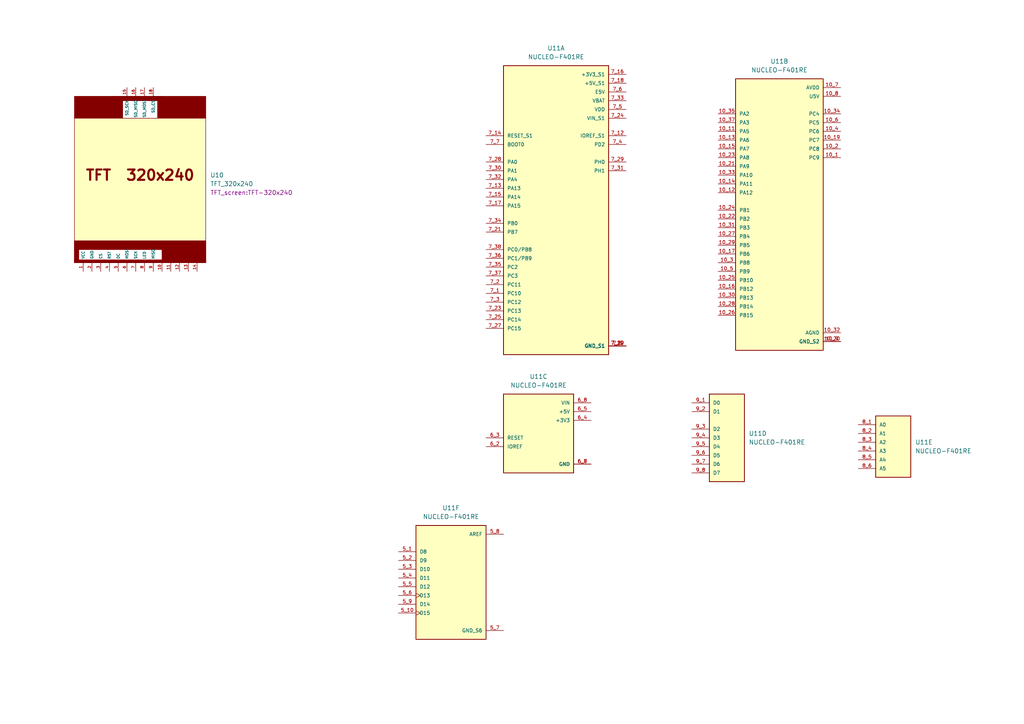
<source format=kicad_sch>
(kicad_sch (version 20250114) (generator "eeschema") (generator_version "9.0")
  (paper "A4")
  (lib_symbols
    (symbol "NUCLEO-F401RE:NUCLEO-F401RE" (pin_names (offset 1.016))
      (property "Reference" "U" (at -15.24 41.91 0))
      (property "Value" "NUCLEO-F401RE" (at -15.24 -44.45 0))
      (symbol "NUCLEO-F401RE_1_0"
        (rectangle (start -15.24 -43.18) (end 15.24 40.64) (stroke (width 0.254)) (fill (type background)))
        (pin bidirectional line (at -20.32 20.32 0) (length 5.08) (name "RESET_S1") (number "7_14"))
        (pin bidirectional line (at -20.32 17.78 0) (length 5.08) (name "BOOT0") (number "7_7"))
        (pin bidirectional line (at -20.32 12.7 0) (length 5.08) (name "PA0") (number "7_28"))
        (pin bidirectional line (at -20.32 10.16 0) (length 5.08) (name "PA1") (number "7_30"))
        (pin bidirectional line (at -20.32 7.62 0) (length 5.08) (name "PA4") (number "7_32"))
        (pin bidirectional line (at -20.32 5.08 0) (length 5.08) (name "PA13") (number "7_13"))
        (pin bidirectional line (at -20.32 2.54 0) (length 5.08) (name "PA14") (number "7_15"))
        (pin bidirectional line (at -20.32 0 0) (length 5.08) (name "PA15") (number "7_17"))
        (pin bidirectional line (at -20.32 -5.08 0) (length 5.08) (name "PB0") (number "7_34"))
        (pin bidirectional line (at -20.32 -7.62 0) (length 5.08) (name "PB7") (number "7_21"))
        (pin bidirectional line (at -20.32 -12.7 0) (length 5.08) (name "PC0/PB8") (number "7_38"))
        (pin bidirectional line (at -20.32 -15.24 0) (length 5.08) (name "PC1/PB9") (number "7_36"))
        (pin bidirectional line (at -20.32 -17.78 0) (length 5.08) (name "PC2") (number "7_35"))
        (pin bidirectional line (at -20.32 -20.32 0) (length 5.08) (name "PC3") (number "7_37"))
        (pin bidirectional line (at -20.32 -22.86 0) (length 5.08) (name "PC11") (number "7_2"))
        (pin bidirectional line (at -20.32 -25.4 0) (length 5.08) (name "PC10") (number "7_1"))
        (pin bidirectional line (at -20.32 -27.94 0) (length 5.08) (name "PC12") (number "7_3"))
        (pin bidirectional line (at -20.32 -30.48 0) (length 5.08) (name "PC13") (number "7_23"))
        (pin bidirectional line (at -20.32 -33.02 0) (length 5.08) (name "PC14") (number "7_25"))
        (pin bidirectional line (at -20.32 -35.56 0) (length 5.08) (name "PC15") (number "7_27"))
        (pin power_in line (at 20.32 38.1 180) (length 5.08) (name "+3V3_S1") (number "7_16"))
        (pin power_in line (at 20.32 35.56 180) (length 5.08) (name "+5V_S1") (number "7_18"))
        (pin power_in line (at 20.32 33.02 180) (length 5.08) (name "E5V") (number "7_6"))
        (pin power_in line (at 20.32 30.48 180) (length 5.08) (name "VBAT") (number "7_33"))
        (pin power_in line (at 20.32 27.94 180) (length 5.08) (name "VDD") (number "7_5"))
        (pin power_in line (at 20.32 25.4 180) (length 5.08) (name "VIN_S1") (number "7_24"))
        (pin bidirectional line (at 20.32 20.32 180) (length 5.08) (name "IOREF_S1") (number "7_12"))
        (pin bidirectional line (at 20.32 17.78 180) (length 5.08) (name "PD2") (number "7_4"))
        (pin bidirectional line (at 20.32 12.7 180) (length 5.08) (name "PH0") (number "7_29"))
        (pin bidirectional line (at 20.32 10.16 180) (length 5.08) (name "PH1") (number "7_31"))
        (pin power_in line (at 20.32 -40.64 180) (length 5.08) (name "GND_S1") (number "7_19"))
        (pin power_in line (at 20.32 -40.64 180) (length 5.08) (name "GND_S1") (number "7_20"))
        (pin power_in line (at 20.32 -40.64 180) (length 5.08) (name "GND_S1") (number "7_22"))
        (pin power_in line (at 20.32 -40.64 180) (length 5.08) (name "GND_S1") (number "7_8"))
      )
      (symbol "NUCLEO-F401RE_2_0"
        (rectangle (start -12.7 -40.64) (end 12.7 38.1) (stroke (width 0.254)) (fill (type background)))
        (pin bidirectional line (at -17.78 27.94 0) (length 5.08) (name "PA2") (number "10_35"))
        (pin bidirectional line (at -17.78 25.4 0) (length 5.08) (name "PA3") (number "10_37"))
        (pin bidirectional line (at -17.78 22.86 0) (length 5.08) (name "PA5") (number "10_11"))
        (pin bidirectional line (at -17.78 20.32 0) (length 5.08) (name "PA6") (number "10_13"))
        (pin bidirectional line (at -17.78 17.78 0) (length 5.08) (name "PA7") (number "10_15"))
        (pin bidirectional line (at -17.78 15.24 0) (length 5.08) (name "PA8") (number "10_23"))
        (pin bidirectional line (at -17.78 12.7 0) (length 5.08) (name "PA9") (number "10_21"))
        (pin bidirectional line (at -17.78 10.16 0) (length 5.08) (name "PA10") (number "10_33"))
        (pin bidirectional line (at -17.78 7.62 0) (length 5.08) (name "PA11") (number "10_14"))
        (pin bidirectional line (at -17.78 5.08 0) (length 5.08) (name "PA12") (number "10_12"))
        (pin bidirectional line (at -17.78 0 0) (length 5.08) (name "PB1") (number "10_24"))
        (pin bidirectional line (at -17.78 -2.54 0) (length 5.08) (name "PB2") (number "10_22"))
        (pin bidirectional line (at -17.78 -5.08 0) (length 5.08) (name "PB3") (number "10_31"))
        (pin bidirectional line (at -17.78 -7.62 0) (length 5.08) (name "PB4") (number "10_27"))
        (pin bidirectional line (at -17.78 -10.16 0) (length 5.08) (name "PB5") (number "10_29"))
        (pin bidirectional line (at -17.78 -12.7 0) (length 5.08) (name "PB6") (number "10_17"))
        (pin bidirectional line (at -17.78 -15.24 0) (length 5.08) (name "PB8") (number "10_3"))
        (pin bidirectional line (at -17.78 -17.78 0) (length 5.08) (name "PB9") (number "10_5"))
        (pin bidirectional line (at -17.78 -20.32 0) (length 5.08) (name "PB10") (number "10_25"))
        (pin bidirectional line (at -17.78 -22.86 0) (length 5.08) (name "PB12") (number "10_16"))
        (pin bidirectional line (at -17.78 -25.4 0) (length 5.08) (name "PB13") (number "10_30"))
        (pin bidirectional line (at -17.78 -27.94 0) (length 5.08) (name "PB14") (number "10_28"))
        (pin bidirectional line (at -17.78 -30.48 0) (length 5.08) (name "PB15") (number "10_26"))
        (pin power_in line (at 17.78 35.56 180) (length 5.08) (name "AVDD") (number "10_7"))
        (pin power_in line (at 17.78 33.02 180) (length 5.08) (name "U5V") (number "10_8"))
        (pin bidirectional line (at 17.78 27.94 180) (length 5.08) (name "PC4") (number "10_34"))
        (pin bidirectional line (at 17.78 25.4 180) (length 5.08) (name "PC5") (number "10_6"))
        (pin bidirectional line (at 17.78 22.86 180) (length 5.08) (name "PC6") (number "10_4"))
        (pin bidirectional line (at 17.78 20.32 180) (length 5.08) (name "PC7") (number "10_19"))
        (pin bidirectional line (at 17.78 17.78 180) (length 5.08) (name "PC8") (number "10_2"))
        (pin bidirectional line (at 17.78 15.24 180) (length 5.08) (name "PC9") (number "10_1"))
        (pin power_in line (at 17.78 -35.56 180) (length 5.08) (name "AGND") (number "10_32"))
        (pin power_in line (at 17.78 -38.1 180) (length 5.08) (name "GND_S2") (number "10_20"))
        (pin power_in line (at 17.78 -38.1 180) (length 5.08) (name "GND_S2") (number "10_9"))
      )
      (symbol "NUCLEO-F401RE_3_0"
        (rectangle (start -10.16 -12.7) (end 10.16 10.16) (stroke (width 0.254)) (fill (type background)))
        (pin bidirectional line (at -15.24 -2.54 0) (length 5.08) (name "RESET") (number "6_3"))
        (pin bidirectional line (at -15.24 -5.08 0) (length 5.08) (name "IOREF") (number "6_2"))
        (pin power_in line (at 15.24 7.62 180) (length 5.08) (name "VIN") (number "6_8"))
        (pin power_in line (at 15.24 5.08 180) (length 5.08) (name "+5V") (number "6_5"))
        (pin power_in line (at 15.24 2.54 180) (length 5.08) (name "+3V3") (number "6_4"))
        (pin power_in line (at 15.24 -10.16 180) (length 5.08) (name "GND") (number "6_6"))
        (pin power_in line (at 15.24 -10.16 180) (length 5.08) (name "GND") (number "6_7"))
      )
      (symbol "NUCLEO-F401RE_4_0"
        (rectangle (start -5.08 -12.7) (end 5.08 12.7) (stroke (width 0.254)) (fill (type background)))
        (pin input line (at -10.16 10.16 0) (length 5.08) (name "D0") (number "9_1"))
        (pin output line (at -10.16 7.62 0) (length 5.08) (name "D1") (number "9_2"))
        (pin bidirectional line (at -10.16 2.54 0) (length 5.08) (name "D2") (number "9_3"))
        (pin bidirectional line (at -10.16 0 0) (length 5.08) (name "D3") (number "9_4"))
        (pin bidirectional line (at -10.16 -2.54 0) (length 5.08) (name "D4") (number "9_5"))
        (pin bidirectional line (at -10.16 -5.08 0) (length 5.08) (name "D5") (number "9_6"))
        (pin bidirectional line (at -10.16 -7.62 0) (length 5.08) (name "D6") (number "9_7"))
        (pin bidirectional line (at -10.16 -10.16 0) (length 5.08) (name "D7") (number "9_8"))
      )
      (symbol "NUCLEO-F401RE_5_0"
        (rectangle (start -5.08 -10.16) (end 5.08 7.62) (stroke (width 0.254)) (fill (type background)))
        (pin input line (at -10.16 5.08 0) (length 5.08) (name "A0") (number "8_1"))
        (pin input line (at -10.16 2.54 0) (length 5.08) (name "A1") (number "8_2"))
        (pin input line (at -10.16 0 0) (length 5.08) (name "A2") (number "8_3"))
        (pin input line (at -10.16 -2.54 0) (length 5.08) (name "A3") (number "8_4"))
        (pin input line (at -10.16 -5.08 0) (length 5.08) (name "A4") (number "8_5"))
        (pin input line (at -10.16 -7.62 0) (length 5.08) (name "A5") (number "8_6"))
      )
      (symbol "NUCLEO-F401RE_6_0"
        (rectangle (start -10.16 -17.78) (end 10.16 15.24) (stroke (width 0.254)) (fill (type background)))
        (pin bidirectional line (at -15.24 7.62 0) (length 5.08) (name "D8") (number "5_1"))
        (pin bidirectional line (at -15.24 5.08 0) (length 5.08) (name "D9") (number "5_2"))
        (pin bidirectional line (at -15.24 2.54 0) (length 5.08) (name "D10") (number "5_3"))
        (pin bidirectional line (at -15.24 0 0) (length 5.08) (name "D11") (number "5_4"))
        (pin bidirectional line (at -15.24 -2.54 0) (length 5.08) (name "D12") (number "5_5"))
        (pin bidirectional clock (at -15.24 -5.08 0) (length 5.08) (name "D13") (number "5_6"))
        (pin bidirectional line (at -15.24 -7.62 0) (length 5.08) (name "D14") (number "5_9"))
        (pin bidirectional clock (at -15.24 -10.16 0) (length 5.08) (name "D15") (number "5_10"))
        (pin power_in line (at 15.24 12.7 180) (length 5.08) (name "AREF") (number "5_8"))
        (pin power_in line (at 15.24 -15.24 180) (length 5.08) (name "GND_S6") (number "5_7"))
      )
    )
    (symbol "tft_320x240:TFT_320x240" (pin_names (offset 1.016))
      (property "Reference" "U10" (at 20.32 25.4001 0))
      (property "Value" "TFT_320x240" (at 20.32 22.8601 0))
      (property "Footprint" "TFT_screen:TFT-320x240" (at 20.32 20.3201 0))
      (symbol "TFT_320x240_0_0"
        (text "TFT  320x240" (at 0 25.4 0) (effects (font (size 2.9972 2.9972) (bold yes))))
      )
      (symbol "TFT_320x240_0_1"
        (rectangle (start -19.05 48.26) (end -5.08 41.91) (fill (type outline)))
        (rectangle (start -19.05 41.91) (end 19.05 6.35) (fill (type background)))
        (rectangle (start -19.05 6.35) (end 19.05 3.81) (fill (type outline)))
        (rectangle (start -19.05 0) (end 19.05 6.35))
        (rectangle (start -19.05 0) (end 19.05 0.8382) (fill (type outline)))
        (rectangle (start -17.78 0) (end -19.05 3.81) (fill (type outline)))
        (rectangle (start -7.62 48.26) (end 6.35 46.99) (fill (type outline)))
        (rectangle (start -5.08 48.26) (end 5.08 41.91))
        (rectangle (start 5.08 48.26) (end 19.05 41.91) (fill (type outline)))
        (rectangle (start 19.05 0) (end 6.35 3.81) (fill (type outline)))
      )
      (symbol "TFT_320x240_1_1"
        (pin power_in line (at -16.51 -2.54 90) (length 2.54) (name "VCC") (number "1"))
        (pin bidirectional line (at -13.97 -2.54 90) (length 2.54) (name "GND") (number "2"))
        (pin bidirectional line (at -11.43 -2.54 90) (length 2.54) (name "CS") (number "3"))
        (pin bidirectional line (at -8.89 -2.54 90) (length 2.54) (name "RST") (number "4"))
        (pin bidirectional line (at -6.35 -2.54 90) (length 2.54) (name "DC") (number "5"))
        (pin bidirectional line (at -3.81 50.8 270) (length 2.54) (name "SD_SCK") (number "15"))
        (pin bidirectional line (at -3.81 -2.54 90) (length 2.54) (name "MOSI") (number "6"))
        (pin bidirectional line (at -1.27 50.8 270) (length 2.54) (name "SD_MISO") (number "16"))
        (pin bidirectional line (at -1.27 -2.54 90) (length 2.54) (name "SCK") (number "7"))
        (pin bidirectional line (at 1.27 50.8 270) (length 2.54) (name "SD_MOSI") (number "17"))
        (pin power_in line (at 1.27 -2.54 90) (length 2.54) (name "LED") (number "8"))
        (pin bidirectional line (at 3.81 50.8 270) (length 2.54) (name "SD_CS") (number "18"))
        (pin bidirectional line (at 3.81 -2.54 90) (length 2.54) (name "MISO") (number "9"))
        (pin bidirectional line (at 6.35 -2.54 90) (length 2.54) (name "~") (number "10"))
        (pin bidirectional line (at 8.89 -2.54 90) (length 2.54) (name "~") (number "11"))
        (pin bidirectional line (at 11.43 -2.54 90) (length 2.54) (name "~") (number "12"))
        (pin bidirectional line (at 13.97 -2.54 90) (length 2.54) (name "~") (number "13"))
        (pin bidirectional line (at 16.51 -2.54 90) (length 2.54) (name "~") (number "14"))
      )
    )
  )
  (symbol (lib_id "NUCLEO-F401RE:NUCLEO-F401RE") (at 156.21 124.46 0) (unit 3)
    (property "Reference" "U11" (at 156.21 109.22 0))
    (property "Value" "NUCLEO-F401RE" (at 156.21 111.76 0))
    (property "Footprint" "NUCLEO-F401RE:ST_NUCLEO-F401RE" (effects (hide yes)))
    (property "MF" "STMicroelectronics" (effects (hide yes)))
    (property "Description_1" "STM32F401RE, mbed-Enabled Development Nucleo-64 STM32F4 ARM® Cortex®-M4 MCU 32-Bit Embedded Evaluation Board" (effects (hide yes)))
    (property "Package" "None" (effects (hide yes)))
    (property "Price" "None" (effects (hide yes)))
    (property "Check_prices" "https://www.snapeda.com/parts/NUCLEO-F401RE/STMicroelectronics/view-part/?ref=eda" (effects (hide yes)))
    (property "STANDARD" "Manufacturer Recommendations" (effects (hide yes)))
    (property "PARTREV" "13" (effects (hide yes)))
    (property "SnapEDA_Link" "https://www.snapeda.com/parts/NUCLEO-F401RE/STMicroelectronics/view-part/?ref=snap" (effects (hide yes)))
    (property "MP" "NUCLEO-F401RE" (effects (hide yes)))
    (property "Availability" "In Stock" (effects (hide yes)))
    (property "MANUFACTURER" "STMicroelectronics" (effects (hide yes)))
  )
  (symbol (lib_id "NUCLEO-F401RE:NUCLEO-F401RE") (at 226.06 60.96 0) (unit 2)
    (property "Reference" "U11" (at 226.06 17.78 0))
    (property "Value" "NUCLEO-F401RE" (at 226.06 20.32 0))
    (property "Footprint" "NUCLEO-F401RE:ST_NUCLEO-F401RE" (effects (hide yes)))
    (property "MF" "STMicroelectronics" (effects (hide yes)))
    (property "Description_1" "STM32F401RE, mbed-Enabled Development Nucleo-64 STM32F4 ARM® Cortex®-M4 MCU 32-Bit Embedded Evaluation Board" (effects (hide yes)))
    (property "Package" "None" (effects (hide yes)))
    (property "Price" "None" (effects (hide yes)))
    (property "Check_prices" "https://www.snapeda.com/parts/NUCLEO-F401RE/STMicroelectronics/view-part/?ref=eda" (effects (hide yes)))
    (property "STANDARD" "Manufacturer Recommendations" (effects (hide yes)))
    (property "PARTREV" "13" (effects (hide yes)))
    (property "SnapEDA_Link" "https://www.snapeda.com/parts/NUCLEO-F401RE/STMicroelectronics/view-part/?ref=snap" (effects (hide yes)))
    (property "MP" "NUCLEO-F401RE" (effects (hide yes)))
    (property "Availability" "In Stock" (effects (hide yes)))
    (property "MANUFACTURER" "STMicroelectronics" (effects (hide yes)))
  )
  (symbol (lib_id "NUCLEO-F401RE:NUCLEO-F401RE") (at 259.08 128.27 0) (unit 5)
    (property "Reference" "U11" (at 265.43 128.2699 0) (effects (justify left)))
    (property "Value" "NUCLEO-F401RE" (at 265.43 130.8099 0) (effects (justify left)))
    (property "Footprint" "NUCLEO-F401RE:ST_NUCLEO-F401RE" (effects (hide yes)))
    (property "MF" "STMicroelectronics" (effects (hide yes)))
    (property "Description_1" "STM32F401RE, mbed-Enabled Development Nucleo-64 STM32F4 ARM® Cortex®-M4 MCU 32-Bit Embedded Evaluation Board" (effects (hide yes)))
    (property "Package" "None" (effects (hide yes)))
    (property "Price" "None" (effects (hide yes)))
    (property "Check_prices" "https://www.snapeda.com/parts/NUCLEO-F401RE/STMicroelectronics/view-part/?ref=eda" (effects (hide yes)))
    (property "STANDARD" "Manufacturer Recommendations" (effects (hide yes)))
    (property "PARTREV" "13" (effects (hide yes)))
    (property "SnapEDA_Link" "https://www.snapeda.com/parts/NUCLEO-F401RE/STMicroelectronics/view-part/?ref=snap" (effects (hide yes)))
    (property "MP" "NUCLEO-F401RE" (effects (hide yes)))
    (property "Availability" "In Stock" (effects (hide yes)))
    (property "MANUFACTURER" "STMicroelectronics" (effects (hide yes)))
  )
  (symbol (lib_id "NUCLEO-F401RE:NUCLEO-F401RE") (at 130.81 167.64 0) (unit 6)
    (property "Reference" "U11" (at 130.81 147.32 0))
    (property "Value" "NUCLEO-F401RE" (at 130.81 149.86 0))
    (property "Footprint" "NUCLEO-F401RE:ST_NUCLEO-F401RE" (effects (hide yes)))
    (property "MF" "STMicroelectronics" (effects (hide yes)))
    (property "Description_1" "STM32F401RE, mbed-Enabled Development Nucleo-64 STM32F4 ARM® Cortex®-M4 MCU 32-Bit Embedded Evaluation Board" (effects (hide yes)))
    (property "Package" "None" (effects (hide yes)))
    (property "Price" "None" (effects (hide yes)))
    (property "Check_prices" "https://www.snapeda.com/parts/NUCLEO-F401RE/STMicroelectronics/view-part/?ref=eda" (effects (hide yes)))
    (property "STANDARD" "Manufacturer Recommendations" (effects (hide yes)))
    (property "PARTREV" "13" (effects (hide yes)))
    (property "SnapEDA_Link" "https://www.snapeda.com/parts/NUCLEO-F401RE/STMicroelectronics/view-part/?ref=snap" (effects (hide yes)))
    (property "MP" "NUCLEO-F401RE" (effects (hide yes)))
    (property "Availability" "In Stock" (effects (hide yes)))
    (property "MANUFACTURER" "STMicroelectronics" (effects (hide yes)))
  )
  (symbol (lib_id "NUCLEO-F401RE:NUCLEO-F401RE") (at 161.29 59.69 0) (unit 1)
    (property "Reference" "U11" (at 161.29 13.97 0))
    (property "Value" "NUCLEO-F401RE" (at 161.29 16.51 0))
    (property "Footprint" "NUCLEO-F401RE:ST_NUCLEO-F401RE" (effects (hide yes)))
    (property "MF" "STMicroelectronics" (effects (hide yes)))
    (property "Description_1" "STM32F401RE, mbed-Enabled Development Nucleo-64 STM32F4 ARM® Cortex®-M4 MCU 32-Bit Embedded Evaluation Board" (effects (hide yes)))
    (property "Package" "None" (effects (hide yes)))
    (property "Price" "None" (effects (hide yes)))
    (property "Check_prices" "https://www.snapeda.com/parts/NUCLEO-F401RE/STMicroelectronics/view-part/?ref=eda" (effects (hide yes)))
    (property "STANDARD" "Manufacturer Recommendations" (effects (hide yes)))
    (property "PARTREV" "13" (effects (hide yes)))
    (property "SnapEDA_Link" "https://www.snapeda.com/parts/NUCLEO-F401RE/STMicroelectronics/view-part/?ref=snap" (effects (hide yes)))
    (property "MP" "NUCLEO-F401RE" (effects (hide yes)))
    (property "Availability" "In Stock" (effects (hide yes)))
    (property "MANUFACTURER" "STMicroelectronics" (effects (hide yes)))
  )
  (symbol (lib_id "NUCLEO-F401RE:NUCLEO-F401RE") (at 210.82 127 0) (unit 4)
    (property "Reference" "U11" (at 217.17 125.7299 0) (effects (justify left)))
    (property "Value" "NUCLEO-F401RE" (at 217.17 128.2699 0) (effects (justify left)))
    (property "Footprint" "NUCLEO-F401RE:ST_NUCLEO-F401RE" (effects (hide yes)))
    (property "MF" "STMicroelectronics" (effects (hide yes)))
    (property "Description_1" "STM32F401RE, mbed-Enabled Development Nucleo-64 STM32F4 ARM® Cortex®-M4 MCU 32-Bit Embedded Evaluation Board" (effects (hide yes)))
    (property "Package" "None" (effects (hide yes)))
    (property "Price" "None" (effects (hide yes)))
    (property "Check_prices" "https://www.snapeda.com/parts/NUCLEO-F401RE/STMicroelectronics/view-part/?ref=eda" (effects (hide yes)))
    (property "STANDARD" "Manufacturer Recommendations" (effects (hide yes)))
    (property "PARTREV" "13" (effects (hide yes)))
    (property "SnapEDA_Link" "https://www.snapeda.com/parts/NUCLEO-F401RE/STMicroelectronics/view-part/?ref=snap" (effects (hide yes)))
    (property "MP" "NUCLEO-F401RE" (effects (hide yes)))
    (property "Availability" "In Stock" (effects (hide yes)))
    (property "MANUFACTURER" "STMicroelectronics" (effects (hide yes)))
  )
  (symbol (lib_id "tft_320x240:TFT_320x240") (at 40.64 76.2 0) (unit 1)
    (property "Reference" "U10" (at 60.96 50.7999 0) (effects (justify left)))
    (property "Value" "TFT_320x240" (at 60.96 53.3399 0) (effects (justify left)))
    (property "Footprint" "TFT_screen:TFT-320x240" (at 60.96 55.8799 0) (effects (justify left)))
  )
)
</source>
